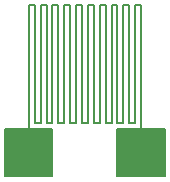
<source format=gbr>
%TF.GenerationSoftware,KiCad,Pcbnew,9.0.0-9.0.0-2~ubuntu22.04.1*%
%TF.CreationDate,2025-04-11T17:55:25+02:00*%
%TF.ProjectId,sensor,73656e73-6f72-42e6-9b69-6361645f7063,rev?*%
%TF.SameCoordinates,Original*%
%TF.FileFunction,Copper,L2,Bot*%
%TF.FilePolarity,Positive*%
%FSLAX46Y46*%
G04 Gerber Fmt 4.6, Leading zero omitted, Abs format (unit mm)*
G04 Created by KiCad (PCBNEW 9.0.0-9.0.0-2~ubuntu22.04.1) date 2025-04-11 17:55:25*
%MOMM*%
%LPD*%
G01*
G04 APERTURE LIST*
%TA.AperFunction,Conductor*%
%ADD10C,0.200000*%
%TD*%
%TA.AperFunction,Conductor*%
%ADD11C,0.150000*%
%TD*%
G04 APERTURE END LIST*
%TO.N,sens*%
D10*
X123000000Y-90500000D02*
X127000000Y-90500000D01*
X127000000Y-94500000D01*
X123000000Y-94500000D01*
X123000000Y-90500000D01*
%TA.AperFunction,Conductor*%
G36*
X123000000Y-90500000D02*
G01*
X127000000Y-90500000D01*
X127000000Y-94500000D01*
X123000000Y-94500000D01*
X123000000Y-90500000D01*
G37*
%TD.AperFunction*%
X132500000Y-90500000D02*
X136500000Y-90500000D01*
X136500000Y-94500000D01*
X132500000Y-94500000D01*
X132500000Y-90500000D01*
%TA.AperFunction,Conductor*%
G36*
X132500000Y-90500000D02*
G01*
X136500000Y-90500000D01*
X136500000Y-94500000D01*
X132500000Y-94500000D01*
X132500000Y-90500000D01*
G37*
%TD.AperFunction*%
%TD*%
D11*
%TO.N,sens*%
X127500000Y-80000000D02*
X127500000Y-90000000D01*
X134000000Y-80000000D02*
X134500000Y-80000000D01*
X129000000Y-80000000D02*
X129500000Y-80000000D01*
X127000000Y-80000000D02*
X127500000Y-80000000D01*
X125000000Y-80000000D02*
X125500000Y-80000000D01*
X129500000Y-80000000D02*
X129500000Y-90000000D01*
X131000000Y-80000000D02*
X131500000Y-80000000D01*
X132500000Y-80000000D02*
X132500000Y-90000000D01*
X129000000Y-90000000D02*
X129000000Y-80000000D01*
X126000000Y-90000000D02*
X126000000Y-80000000D01*
X134000000Y-90000000D02*
X134000000Y-80000000D01*
X130500000Y-80000000D02*
X130500000Y-90000000D01*
X126500000Y-80000000D02*
X126500000Y-90000000D01*
X129500000Y-90000000D02*
X130000000Y-90000000D01*
X134500000Y-80000000D02*
X134500000Y-92500000D01*
X128000000Y-80000000D02*
X128500000Y-80000000D01*
X132500000Y-90000000D02*
X133000000Y-90000000D01*
X130000000Y-80000000D02*
X130500000Y-80000000D01*
X131500000Y-80000000D02*
X131500000Y-90000000D01*
X128500000Y-80000000D02*
X128500000Y-90000000D01*
X125500000Y-80000000D02*
X125500000Y-90000000D01*
X132000000Y-90000000D02*
X132000000Y-80000000D01*
X125000000Y-92500000D02*
X125000000Y-80000000D01*
X133000000Y-90000000D02*
X133000000Y-80000000D01*
X133500000Y-90000000D02*
X134000000Y-90000000D01*
X127000000Y-90000000D02*
X127000000Y-80000000D01*
X128500000Y-90000000D02*
X129000000Y-90000000D01*
X131500000Y-90000000D02*
X132000000Y-90000000D01*
X125500000Y-90000000D02*
X126000000Y-90000000D01*
X127500000Y-90000000D02*
X128000000Y-90000000D01*
X130000000Y-90000000D02*
X130000000Y-80000000D01*
X131000000Y-90000000D02*
X131000000Y-80000000D01*
X126000000Y-80000000D02*
X126500000Y-80000000D01*
X133500000Y-80000000D02*
X133500000Y-90000000D01*
X132000000Y-80000000D02*
X132500000Y-80000000D01*
X126500000Y-90000000D02*
X127000000Y-90000000D01*
X128000000Y-90000000D02*
X128000000Y-80000000D01*
X133000000Y-80000000D02*
X133500000Y-80000000D01*
X130500000Y-90000000D02*
X131000000Y-90000000D01*
%TD*%
M02*

</source>
